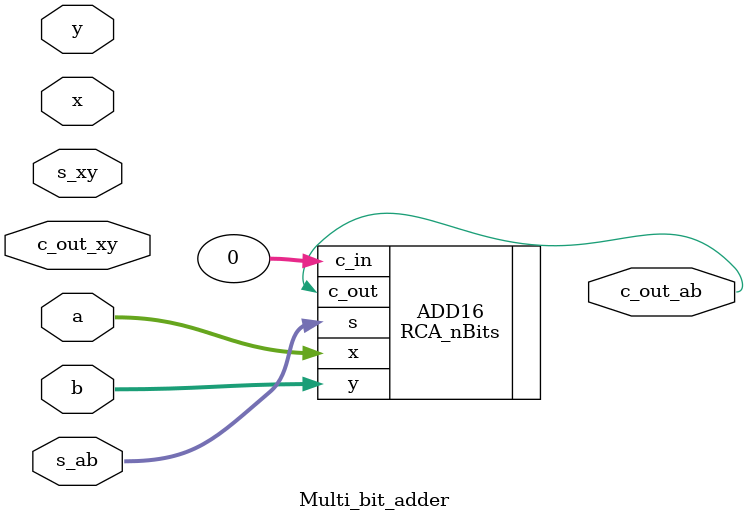
<source format=v>
`timescale 1ns / 1ps


module Multi_bit_adder(
input [15:0]a,b,
input [15:0]s_ab,
output c_out_ab,
input [33:0]x,y,
input [33:0]s_xy,
input c_out_xy
    );
 RCA_nBits #(.n(16)) ADD16(
 .x(a),
 .y(b),
 .c_in(0),
 .s(s_ab),
 .c_out(c_out_ab)
 );  
  RCA_nBits #(.n(34)) ADD34(
 .x(x),
 .y(y),
 .c_in(0),
 .s(s_xy),
 .c_out(c_out_xy)
 ); 
endmodule

</source>
